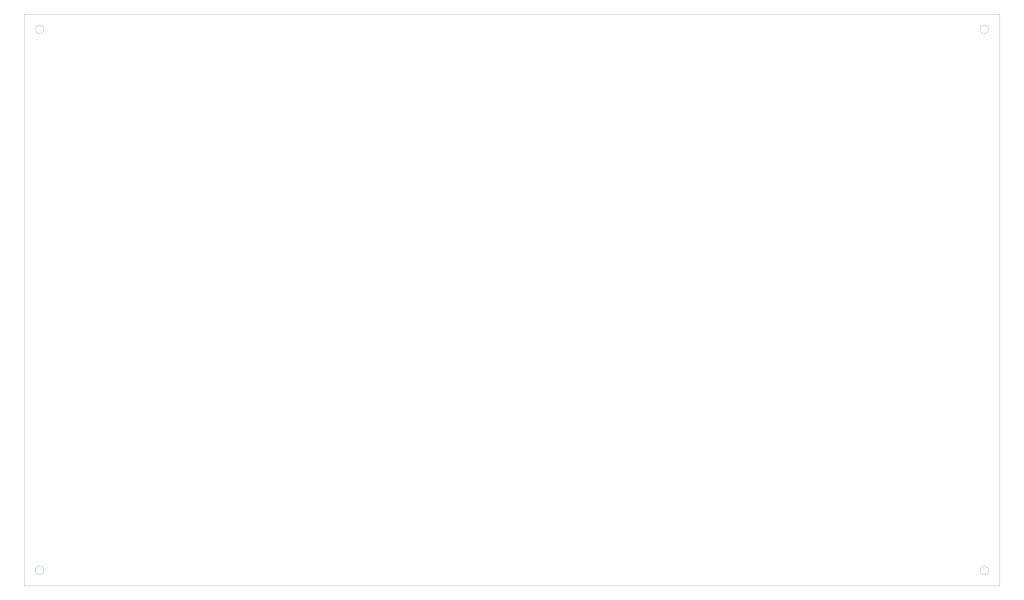
<source format=gbr>
%TF.GenerationSoftware,KiCad,Pcbnew,9.0.4*%
%TF.CreationDate,2025-11-13T16:59:31-08:00*%
%TF.ProjectId,TTL 6510 Computer,54544c20-3635-4313-9020-436f6d707574,A*%
%TF.SameCoordinates,Original*%
%TF.FileFunction,Profile,NP*%
%FSLAX46Y46*%
G04 Gerber Fmt 4.6, Leading zero omitted, Abs format (unit mm)*
G04 Created by KiCad (PCBNEW 9.0.4) date 2025-11-13 16:59:31*
%MOMM*%
%LPD*%
G01*
G04 APERTURE LIST*
%TA.AperFunction,Profile*%
%ADD10C,0.050000*%
%TD*%
G04 APERTURE END LIST*
D10*
X465759800Y-352450000D02*
G75*
G02*
X462559800Y-352450000I-1600000J0D01*
G01*
X462559800Y-352450000D02*
G75*
G02*
X465759800Y-352450000I1600000J0D01*
G01*
X108889800Y-352400000D02*
G75*
G02*
X105689800Y-352400000I-1600000J0D01*
G01*
X105689800Y-352400000D02*
G75*
G02*
X108889800Y-352400000I1600000J0D01*
G01*
X101600000Y-142240000D02*
X469900000Y-142240000D01*
X469900000Y-358140000D01*
X101600000Y-358140000D01*
X101600000Y-142240000D01*
X465759800Y-147930000D02*
G75*
G02*
X462559800Y-147930000I-1600000J0D01*
G01*
X462559800Y-147930000D02*
G75*
G02*
X465759800Y-147930000I1600000J0D01*
G01*
X108939800Y-147930000D02*
G75*
G02*
X105739800Y-147930000I-1600000J0D01*
G01*
X105739800Y-147930000D02*
G75*
G02*
X108939800Y-147930000I1600000J0D01*
G01*
M02*

</source>
